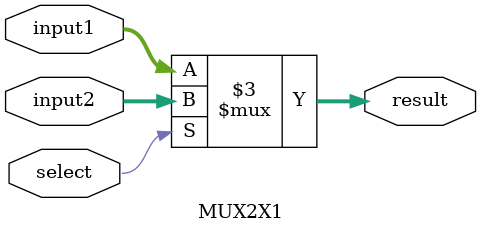
<source format=v>
`timescale 1ns/100ps


module MUX2X1(input1,input2,select,result);
    input [7:0] input1,input2;
    input select;
    output reg  [7:0] result;

    always @ (input1,input2,select) begin
        if(select)begin
            result = input2;
        end
        else begin
            result =input1;
        end
    end

endmodule

/*always @(I0, I1, sel) begin
    case (sel)
      1'b0: Y = I0;
      1'b1: Y = I1; 
      default: Y = 0;
    endcase
    
  end*/
  
</source>
